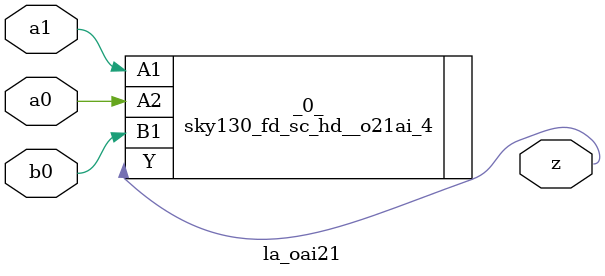
<source format=v>

/* Generated by Yosys 0.44 (git sha1 80ba43d26, g++ 11.4.0-1ubuntu1~22.04 -fPIC -O3) */

(* top =  1  *)
(* src = "generated" *)
(* keep_hierarchy *)
module la_oai21 (
    a0,
    a1,
    b0,
    z
);
  (* src = "generated" *)
  input a0;
  wire a0;
  (* src = "generated" *)
  input a1;
  wire a1;
  (* src = "generated" *)
  input b0;
  wire b0;
  (* src = "generated" *)
  output z;
  wire z;
  sky130_fd_sc_hd__o21ai_4 _0_ (
      .A1(a1),
      .A2(a0),
      .B1(b0),
      .Y (z)
  );
endmodule

</source>
